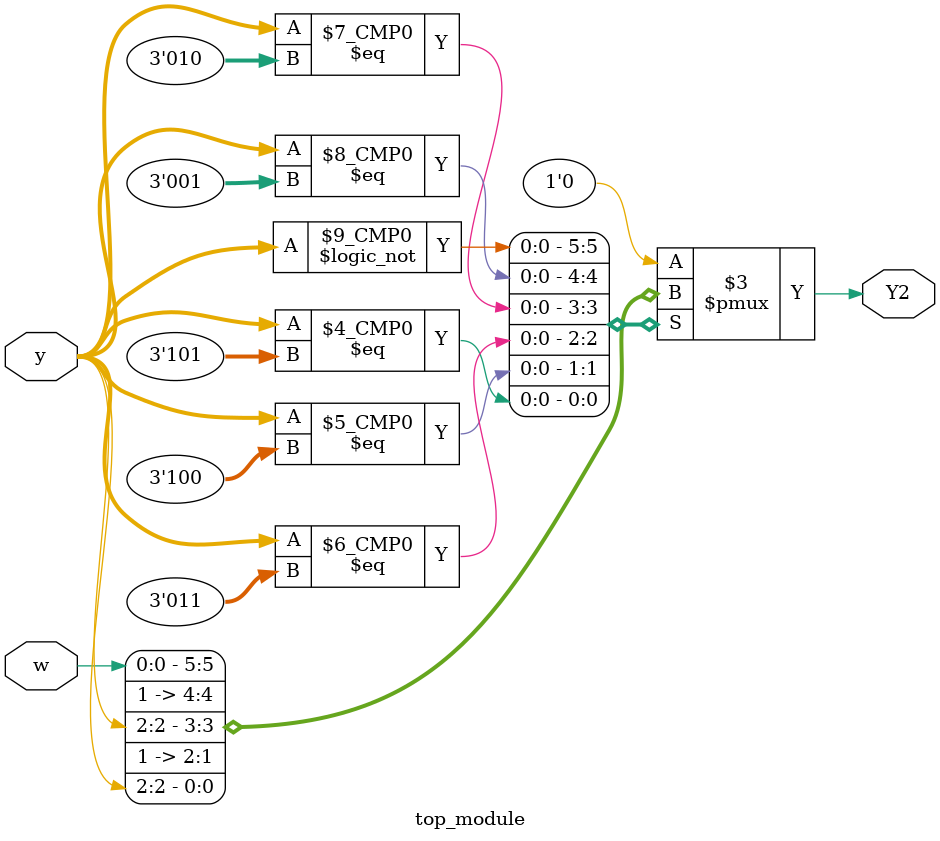
<source format=sv>
module top_module(
	input [3:1] y,
	input w,
	output reg Y2);

	always @* begin
		case(y)
			3'b000: Y2 = w;    // A
			3'b001: Y2 = 1;    // B
			3'b010: Y2 = y[2]; // C
			3'b011: Y2 = 1;    // D
			3'b100: Y2 = 1;    // E
			3'b101: Y2 = y[2]; // F
			default: Y2 = 0;
		endcase
	end

endmodule

</source>
